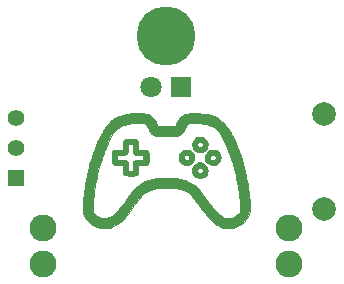
<source format=gtl>
%TF.GenerationSoftware,KiCad,Pcbnew,(5.1.10)-1*%
%TF.CreationDate,2022-03-19T09:43:45-07:00*%
%TF.ProjectId,project,70726f6a-6563-4742-9e6b-696361645f70,rev?*%
%TF.SameCoordinates,Original*%
%TF.FileFunction,Copper,L1,Top*%
%TF.FilePolarity,Positive*%
%FSLAX46Y46*%
G04 Gerber Fmt 4.6, Leading zero omitted, Abs format (unit mm)*
G04 Created by KiCad (PCBNEW (5.1.10)-1) date 2022-03-19 09:43:45*
%MOMM*%
%LPD*%
G01*
G04 APERTURE LIST*
%TA.AperFunction,EtchedComponent*%
%ADD10C,0.010000*%
%TD*%
%TA.AperFunction,ComponentPad*%
%ADD11C,5.000000*%
%TD*%
%TA.AperFunction,ComponentPad*%
%ADD12C,2.286000*%
%TD*%
%TA.AperFunction,ComponentPad*%
%ADD13R,1.800000X1.800000*%
%TD*%
%TA.AperFunction,ComponentPad*%
%ADD14C,1.800000*%
%TD*%
%TA.AperFunction,ComponentPad*%
%ADD15C,1.998980*%
%TD*%
%TA.AperFunction,ComponentPad*%
%ADD16R,1.397000X1.397000*%
%TD*%
%TA.AperFunction,ComponentPad*%
%ADD17C,1.397000*%
%TD*%
G04 APERTURE END LIST*
D10*
%TO.C,G\u002A\u002A\u002A*%
G36*
X178315590Y-83529841D02*
G01*
X178468230Y-83604306D01*
X178558467Y-83675523D01*
X178660510Y-83805680D01*
X178725130Y-83960499D01*
X178750482Y-84128384D01*
X178734721Y-84297737D01*
X178681197Y-84447074D01*
X178586884Y-84580938D01*
X178460820Y-84687721D01*
X178313530Y-84763033D01*
X178155538Y-84802482D01*
X177997367Y-84801677D01*
X177894047Y-84775512D01*
X177724862Y-84690108D01*
X177592093Y-84575155D01*
X177528354Y-84487318D01*
X177492283Y-84419908D01*
X177470842Y-84357889D01*
X177460364Y-84283917D01*
X177457184Y-84180646D01*
X177457100Y-84150200D01*
X177850800Y-84150200D01*
X177865062Y-84222168D01*
X177900365Y-84294444D01*
X177945486Y-84347341D01*
X177971104Y-84361224D01*
X178077918Y-84375781D01*
X178178495Y-84366806D01*
X178253194Y-84336214D01*
X178256903Y-84333347D01*
X178306738Y-84263689D01*
X178328720Y-84170271D01*
X178321283Y-84072805D01*
X178283976Y-83992394D01*
X178207657Y-83931236D01*
X178111728Y-83902712D01*
X178015885Y-83911358D01*
X177986305Y-83923844D01*
X177916763Y-83984926D01*
X177866868Y-84072175D01*
X177850800Y-84150200D01*
X177457100Y-84150200D01*
X177459135Y-84037204D01*
X177467638Y-83957691D01*
X177486204Y-83894424D01*
X177518431Y-83830164D01*
X177526924Y-83815519D01*
X177586738Y-83729602D01*
X177657346Y-83649523D01*
X177687103Y-83622262D01*
X177825699Y-83539318D01*
X177983717Y-83496699D01*
X178150550Y-83493756D01*
X178315590Y-83529841D01*
G37*
X178315590Y-83529841D02*
X178468230Y-83604306D01*
X178558467Y-83675523D01*
X178660510Y-83805680D01*
X178725130Y-83960499D01*
X178750482Y-84128384D01*
X178734721Y-84297737D01*
X178681197Y-84447074D01*
X178586884Y-84580938D01*
X178460820Y-84687721D01*
X178313530Y-84763033D01*
X178155538Y-84802482D01*
X177997367Y-84801677D01*
X177894047Y-84775512D01*
X177724862Y-84690108D01*
X177592093Y-84575155D01*
X177528354Y-84487318D01*
X177492283Y-84419908D01*
X177470842Y-84357889D01*
X177460364Y-84283917D01*
X177457184Y-84180646D01*
X177457100Y-84150200D01*
X177850800Y-84150200D01*
X177865062Y-84222168D01*
X177900365Y-84294444D01*
X177945486Y-84347341D01*
X177971104Y-84361224D01*
X178077918Y-84375781D01*
X178178495Y-84366806D01*
X178253194Y-84336214D01*
X178256903Y-84333347D01*
X178306738Y-84263689D01*
X178328720Y-84170271D01*
X178321283Y-84072805D01*
X178283976Y-83992394D01*
X178207657Y-83931236D01*
X178111728Y-83902712D01*
X178015885Y-83911358D01*
X177986305Y-83923844D01*
X177916763Y-83984926D01*
X177866868Y-84072175D01*
X177850800Y-84150200D01*
X177457100Y-84150200D01*
X177459135Y-84037204D01*
X177467638Y-83957691D01*
X177486204Y-83894424D01*
X177518431Y-83830164D01*
X177526924Y-83815519D01*
X177586738Y-83729602D01*
X177657346Y-83649523D01*
X177687103Y-83622262D01*
X177825699Y-83539318D01*
X177983717Y-83496699D01*
X178150550Y-83493756D01*
X178315590Y-83529841D01*
G36*
X179363385Y-84609817D02*
G01*
X179465947Y-84635056D01*
X179479810Y-84640731D01*
X179590693Y-84713885D01*
X179692592Y-84823948D01*
X179776803Y-84957025D01*
X179834620Y-85099227D01*
X179857341Y-85236661D01*
X179857400Y-85243362D01*
X179834831Y-85385517D01*
X179772932Y-85530163D01*
X179680413Y-85663274D01*
X179565983Y-85770826D01*
X179506044Y-85809138D01*
X179426267Y-85847232D01*
X179349934Y-85868149D01*
X179255762Y-85876496D01*
X179190727Y-85877400D01*
X179078712Y-85873932D01*
X178994898Y-85860220D01*
X178916960Y-85831294D01*
X178863964Y-85804695D01*
X178738235Y-85713182D01*
X178632494Y-85588928D01*
X178555253Y-85445585D01*
X178515023Y-85296803D01*
X178513758Y-85277618D01*
X178947949Y-85277618D01*
X178971297Y-85352916D01*
X179028763Y-85422900D01*
X179115251Y-85461808D01*
X179217386Y-85466550D01*
X179321796Y-85434039D01*
X179322032Y-85433917D01*
X179388621Y-85373662D01*
X179422299Y-85287953D01*
X179421353Y-85191426D01*
X179384075Y-85098714D01*
X179364299Y-85072366D01*
X179314539Y-85026029D01*
X179257002Y-85005305D01*
X179184300Y-85001100D01*
X179102009Y-85007045D01*
X179046983Y-85030887D01*
X179004300Y-85072366D01*
X178952829Y-85168559D01*
X178947949Y-85277618D01*
X178513758Y-85277618D01*
X178511200Y-85238828D01*
X178532180Y-85107912D01*
X178588970Y-84968153D01*
X178672338Y-84834206D01*
X178773053Y-84720725D01*
X178881887Y-84642365D01*
X178889139Y-84638780D01*
X178980326Y-84611930D01*
X179102087Y-84598193D01*
X179235936Y-84597509D01*
X179363385Y-84609817D01*
G37*
X179363385Y-84609817D02*
X179465947Y-84635056D01*
X179479810Y-84640731D01*
X179590693Y-84713885D01*
X179692592Y-84823948D01*
X179776803Y-84957025D01*
X179834620Y-85099227D01*
X179857341Y-85236661D01*
X179857400Y-85243362D01*
X179834831Y-85385517D01*
X179772932Y-85530163D01*
X179680413Y-85663274D01*
X179565983Y-85770826D01*
X179506044Y-85809138D01*
X179426267Y-85847232D01*
X179349934Y-85868149D01*
X179255762Y-85876496D01*
X179190727Y-85877400D01*
X179078712Y-85873932D01*
X178994898Y-85860220D01*
X178916960Y-85831294D01*
X178863964Y-85804695D01*
X178738235Y-85713182D01*
X178632494Y-85588928D01*
X178555253Y-85445585D01*
X178515023Y-85296803D01*
X178513758Y-85277618D01*
X178947949Y-85277618D01*
X178971297Y-85352916D01*
X179028763Y-85422900D01*
X179115251Y-85461808D01*
X179217386Y-85466550D01*
X179321796Y-85434039D01*
X179322032Y-85433917D01*
X179388621Y-85373662D01*
X179422299Y-85287953D01*
X179421353Y-85191426D01*
X179384075Y-85098714D01*
X179364299Y-85072366D01*
X179314539Y-85026029D01*
X179257002Y-85005305D01*
X179184300Y-85001100D01*
X179102009Y-85007045D01*
X179046983Y-85030887D01*
X179004300Y-85072366D01*
X178952829Y-85168559D01*
X178947949Y-85277618D01*
X178513758Y-85277618D01*
X178511200Y-85238828D01*
X178532180Y-85107912D01*
X178588970Y-84968153D01*
X178672338Y-84834206D01*
X178773053Y-84720725D01*
X178881887Y-84642365D01*
X178889139Y-84638780D01*
X178980326Y-84611930D01*
X179102087Y-84598193D01*
X179235936Y-84597509D01*
X179363385Y-84609817D01*
G36*
X177073150Y-84595708D02*
G01*
X177179002Y-84614543D01*
X177258324Y-84643828D01*
X177332054Y-84693797D01*
X177402043Y-84756453D01*
X177519478Y-84897051D01*
X177587883Y-85050593D01*
X177607755Y-85218723D01*
X177587778Y-85370397D01*
X177524056Y-85548464D01*
X177423170Y-85691907D01*
X177285135Y-85800705D01*
X177280522Y-85803376D01*
X177203830Y-85843043D01*
X177133999Y-85865439D01*
X177050608Y-85875241D01*
X176958350Y-85877161D01*
X176844990Y-85873941D01*
X176760397Y-85860841D01*
X176682806Y-85833201D01*
X176628150Y-85806446D01*
X176530240Y-85744989D01*
X176456751Y-85669076D01*
X176408645Y-85596896D01*
X176335713Y-85460876D01*
X176296063Y-85344394D01*
X176288399Y-85255955D01*
X176708447Y-85255955D01*
X176736091Y-85340897D01*
X176793338Y-85410216D01*
X176873408Y-85455620D01*
X176969517Y-85468817D01*
X177072103Y-85442799D01*
X177142139Y-85385702D01*
X177181037Y-85301586D01*
X177186522Y-85205233D01*
X177156319Y-85111427D01*
X177129099Y-85072366D01*
X177079339Y-85026029D01*
X177021802Y-85005305D01*
X176949100Y-85001100D01*
X176866809Y-85007045D01*
X176811783Y-85030887D01*
X176769100Y-85072366D01*
X176717189Y-85163681D01*
X176708447Y-85255955D01*
X176288399Y-85255955D01*
X176286308Y-85231832D01*
X176302792Y-85108838D01*
X176363031Y-84935516D01*
X176460702Y-84793483D01*
X176590835Y-84686050D01*
X176748462Y-84616526D01*
X176928615Y-84588220D01*
X177073150Y-84595708D01*
G37*
X177073150Y-84595708D02*
X177179002Y-84614543D01*
X177258324Y-84643828D01*
X177332054Y-84693797D01*
X177402043Y-84756453D01*
X177519478Y-84897051D01*
X177587883Y-85050593D01*
X177607755Y-85218723D01*
X177587778Y-85370397D01*
X177524056Y-85548464D01*
X177423170Y-85691907D01*
X177285135Y-85800705D01*
X177280522Y-85803376D01*
X177203830Y-85843043D01*
X177133999Y-85865439D01*
X177050608Y-85875241D01*
X176958350Y-85877161D01*
X176844990Y-85873941D01*
X176760397Y-85860841D01*
X176682806Y-85833201D01*
X176628150Y-85806446D01*
X176530240Y-85744989D01*
X176456751Y-85669076D01*
X176408645Y-85596896D01*
X176335713Y-85460876D01*
X176296063Y-85344394D01*
X176288399Y-85255955D01*
X176708447Y-85255955D01*
X176736091Y-85340897D01*
X176793338Y-85410216D01*
X176873408Y-85455620D01*
X176969517Y-85468817D01*
X177072103Y-85442799D01*
X177142139Y-85385702D01*
X177181037Y-85301586D01*
X177186522Y-85205233D01*
X177156319Y-85111427D01*
X177129099Y-85072366D01*
X177079339Y-85026029D01*
X177021802Y-85005305D01*
X176949100Y-85001100D01*
X176866809Y-85007045D01*
X176811783Y-85030887D01*
X176769100Y-85072366D01*
X176717189Y-85163681D01*
X176708447Y-85255955D01*
X176288399Y-85255955D01*
X176286308Y-85231832D01*
X176302792Y-85108838D01*
X176363031Y-84935516D01*
X176460702Y-84793483D01*
X176590835Y-84686050D01*
X176748462Y-84616526D01*
X176928615Y-84588220D01*
X177073150Y-84595708D01*
G36*
X172122726Y-83695723D02*
G01*
X172227667Y-83697453D01*
X172417911Y-83700292D01*
X172563529Y-83704999D01*
X172670596Y-83716673D01*
X172745183Y-83740414D01*
X172793362Y-83781319D01*
X172821207Y-83844488D01*
X172834790Y-83935018D01*
X172840184Y-84058008D01*
X172843364Y-84214405D01*
X172852428Y-84607400D01*
X173211664Y-84607774D01*
X173379133Y-84609694D01*
X173503423Y-84616542D01*
X173592083Y-84630551D01*
X173652664Y-84653951D01*
X173692714Y-84688974D01*
X173719784Y-84737852D01*
X173728216Y-84760462D01*
X173741180Y-84826442D01*
X173750723Y-84930966D01*
X173756792Y-85061889D01*
X173759335Y-85207067D01*
X173758298Y-85354355D01*
X173753629Y-85491609D01*
X173745274Y-85606684D01*
X173733182Y-85687436D01*
X173732265Y-85691208D01*
X173709371Y-85758350D01*
X173674577Y-85807459D01*
X173620499Y-85841237D01*
X173539756Y-85862386D01*
X173424965Y-85873607D01*
X173268743Y-85877602D01*
X173222465Y-85877788D01*
X173099990Y-85879389D01*
X172995242Y-85883466D01*
X172919131Y-85889407D01*
X172882569Y-85896603D01*
X172882187Y-85896838D01*
X172869507Y-85930190D01*
X172858180Y-86009847D01*
X172848669Y-86131325D01*
X172841434Y-86290137D01*
X172841283Y-86294665D01*
X172836957Y-86442320D01*
X172830990Y-86555568D01*
X172817325Y-86638951D01*
X172789902Y-86697010D01*
X172742663Y-86734287D01*
X172669550Y-86755324D01*
X172564503Y-86764663D01*
X172421464Y-86766845D01*
X172234375Y-86766412D01*
X172212000Y-86766400D01*
X172037760Y-86765986D01*
X171906967Y-86764336D01*
X171812270Y-86760833D01*
X171746319Y-86754860D01*
X171701763Y-86745800D01*
X171671253Y-86733039D01*
X171651596Y-86719409D01*
X171629332Y-86698485D01*
X171613137Y-86671832D01*
X171601618Y-86631035D01*
X171593378Y-86567679D01*
X171587022Y-86473351D01*
X171581155Y-86339636D01*
X171578932Y-86281259D01*
X171564300Y-85890100D01*
X171194759Y-85877400D01*
X171020502Y-85869044D01*
X170890254Y-85856233D01*
X170797282Y-85836883D01*
X170734850Y-85808912D01*
X170696223Y-85770237D01*
X170674667Y-85718776D01*
X170674051Y-85716366D01*
X170669733Y-85672718D01*
X170666807Y-85587641D01*
X170665394Y-85470488D01*
X170665433Y-85445600D01*
X171066945Y-85445600D01*
X171391822Y-85445741D01*
X171524798Y-85447848D01*
X171647937Y-85453482D01*
X171747675Y-85461792D01*
X171810447Y-85471922D01*
X171811201Y-85472128D01*
X171873574Y-85493512D01*
X171918875Y-85522927D01*
X171949787Y-85568096D01*
X171968992Y-85636740D01*
X171979174Y-85736581D01*
X171983016Y-85875342D01*
X171983400Y-85967718D01*
X171984606Y-86097933D01*
X171987919Y-86209636D01*
X171992879Y-86293161D01*
X171999026Y-86338843D01*
X172001308Y-86344041D01*
X172033687Y-86351744D01*
X172102843Y-86355689D01*
X172194843Y-86355172D01*
X172210858Y-86354624D01*
X172402500Y-86347300D01*
X172415200Y-85979000D01*
X172422983Y-85817484D01*
X172433778Y-85688180D01*
X172446907Y-85597525D01*
X172459948Y-85554661D01*
X172498617Y-85512755D01*
X172563706Y-85482113D01*
X172661090Y-85461535D01*
X172796644Y-85449821D01*
X172976242Y-85445770D01*
X172993050Y-85445741D01*
X173304200Y-85445600D01*
X173304200Y-85013800D01*
X172572862Y-85013800D01*
X172415200Y-84834232D01*
X172415200Y-84124800D01*
X171987059Y-84124800D01*
X171978879Y-84505165D01*
X171975116Y-84673335D01*
X171967613Y-84798260D01*
X171949667Y-84886621D01*
X171914573Y-84945098D01*
X171855627Y-84980374D01*
X171766124Y-84999127D01*
X171639360Y-85008040D01*
X171468629Y-85013793D01*
X171468437Y-85013800D01*
X171081700Y-85026500D01*
X171074322Y-85236050D01*
X171066945Y-85445600D01*
X170665433Y-85445600D01*
X170665614Y-85330615D01*
X170667297Y-85193733D01*
X170675300Y-84729891D01*
X170746566Y-84668645D01*
X170777056Y-84644606D01*
X170809321Y-84627845D01*
X170852695Y-84617053D01*
X170916512Y-84610923D01*
X171010105Y-84608147D01*
X171142808Y-84607416D01*
X171183565Y-84607400D01*
X171549298Y-84607400D01*
X171562246Y-84524850D01*
X171568012Y-84467359D01*
X171574058Y-84372421D01*
X171579654Y-84253378D01*
X171583959Y-84127650D01*
X171588030Y-83996260D01*
X171593034Y-83905641D01*
X171601119Y-83845775D01*
X171614432Y-83806648D01*
X171635119Y-83778245D01*
X171664682Y-83751104D01*
X171690680Y-83729798D01*
X171717070Y-83714173D01*
X171751503Y-83703499D01*
X171801633Y-83697046D01*
X171875111Y-83694085D01*
X171979591Y-83693887D01*
X172122726Y-83695723D01*
G37*
X172122726Y-83695723D02*
X172227667Y-83697453D01*
X172417911Y-83700292D01*
X172563529Y-83704999D01*
X172670596Y-83716673D01*
X172745183Y-83740414D01*
X172793362Y-83781319D01*
X172821207Y-83844488D01*
X172834790Y-83935018D01*
X172840184Y-84058008D01*
X172843364Y-84214405D01*
X172852428Y-84607400D01*
X173211664Y-84607774D01*
X173379133Y-84609694D01*
X173503423Y-84616542D01*
X173592083Y-84630551D01*
X173652664Y-84653951D01*
X173692714Y-84688974D01*
X173719784Y-84737852D01*
X173728216Y-84760462D01*
X173741180Y-84826442D01*
X173750723Y-84930966D01*
X173756792Y-85061889D01*
X173759335Y-85207067D01*
X173758298Y-85354355D01*
X173753629Y-85491609D01*
X173745274Y-85606684D01*
X173733182Y-85687436D01*
X173732265Y-85691208D01*
X173709371Y-85758350D01*
X173674577Y-85807459D01*
X173620499Y-85841237D01*
X173539756Y-85862386D01*
X173424965Y-85873607D01*
X173268743Y-85877602D01*
X173222465Y-85877788D01*
X173099990Y-85879389D01*
X172995242Y-85883466D01*
X172919131Y-85889407D01*
X172882569Y-85896603D01*
X172882187Y-85896838D01*
X172869507Y-85930190D01*
X172858180Y-86009847D01*
X172848669Y-86131325D01*
X172841434Y-86290137D01*
X172841283Y-86294665D01*
X172836957Y-86442320D01*
X172830990Y-86555568D01*
X172817325Y-86638951D01*
X172789902Y-86697010D01*
X172742663Y-86734287D01*
X172669550Y-86755324D01*
X172564503Y-86764663D01*
X172421464Y-86766845D01*
X172234375Y-86766412D01*
X172212000Y-86766400D01*
X172037760Y-86765986D01*
X171906967Y-86764336D01*
X171812270Y-86760833D01*
X171746319Y-86754860D01*
X171701763Y-86745800D01*
X171671253Y-86733039D01*
X171651596Y-86719409D01*
X171629332Y-86698485D01*
X171613137Y-86671832D01*
X171601618Y-86631035D01*
X171593378Y-86567679D01*
X171587022Y-86473351D01*
X171581155Y-86339636D01*
X171578932Y-86281259D01*
X171564300Y-85890100D01*
X171194759Y-85877400D01*
X171020502Y-85869044D01*
X170890254Y-85856233D01*
X170797282Y-85836883D01*
X170734850Y-85808912D01*
X170696223Y-85770237D01*
X170674667Y-85718776D01*
X170674051Y-85716366D01*
X170669733Y-85672718D01*
X170666807Y-85587641D01*
X170665394Y-85470488D01*
X170665433Y-85445600D01*
X171066945Y-85445600D01*
X171391822Y-85445741D01*
X171524798Y-85447848D01*
X171647937Y-85453482D01*
X171747675Y-85461792D01*
X171810447Y-85471922D01*
X171811201Y-85472128D01*
X171873574Y-85493512D01*
X171918875Y-85522927D01*
X171949787Y-85568096D01*
X171968992Y-85636740D01*
X171979174Y-85736581D01*
X171983016Y-85875342D01*
X171983400Y-85967718D01*
X171984606Y-86097933D01*
X171987919Y-86209636D01*
X171992879Y-86293161D01*
X171999026Y-86338843D01*
X172001308Y-86344041D01*
X172033687Y-86351744D01*
X172102843Y-86355689D01*
X172194843Y-86355172D01*
X172210858Y-86354624D01*
X172402500Y-86347300D01*
X172415200Y-85979000D01*
X172422983Y-85817484D01*
X172433778Y-85688180D01*
X172446907Y-85597525D01*
X172459948Y-85554661D01*
X172498617Y-85512755D01*
X172563706Y-85482113D01*
X172661090Y-85461535D01*
X172796644Y-85449821D01*
X172976242Y-85445770D01*
X172993050Y-85445741D01*
X173304200Y-85445600D01*
X173304200Y-85013800D01*
X172572862Y-85013800D01*
X172415200Y-84834232D01*
X172415200Y-84124800D01*
X171987059Y-84124800D01*
X171978879Y-84505165D01*
X171975116Y-84673335D01*
X171967613Y-84798260D01*
X171949667Y-84886621D01*
X171914573Y-84945098D01*
X171855627Y-84980374D01*
X171766124Y-84999127D01*
X171639360Y-85008040D01*
X171468629Y-85013793D01*
X171468437Y-85013800D01*
X171081700Y-85026500D01*
X171074322Y-85236050D01*
X171066945Y-85445600D01*
X170665433Y-85445600D01*
X170665614Y-85330615D01*
X170667297Y-85193733D01*
X170675300Y-84729891D01*
X170746566Y-84668645D01*
X170777056Y-84644606D01*
X170809321Y-84627845D01*
X170852695Y-84617053D01*
X170916512Y-84610923D01*
X171010105Y-84608147D01*
X171142808Y-84607416D01*
X171183565Y-84607400D01*
X171549298Y-84607400D01*
X171562246Y-84524850D01*
X171568012Y-84467359D01*
X171574058Y-84372421D01*
X171579654Y-84253378D01*
X171583959Y-84127650D01*
X171588030Y-83996260D01*
X171593034Y-83905641D01*
X171601119Y-83845775D01*
X171614432Y-83806648D01*
X171635119Y-83778245D01*
X171664682Y-83751104D01*
X171690680Y-83729798D01*
X171717070Y-83714173D01*
X171751503Y-83703499D01*
X171801633Y-83697046D01*
X171875111Y-83694085D01*
X171979591Y-83693887D01*
X172122726Y-83695723D01*
G36*
X178289914Y-85696825D02*
G01*
X178420310Y-85759004D01*
X178553188Y-85847750D01*
X178645714Y-85950612D01*
X178703460Y-86077123D01*
X178731998Y-86236817D01*
X178735984Y-86299073D01*
X178738848Y-86408054D01*
X178734088Y-86484533D01*
X178718348Y-86546628D01*
X178688274Y-86612457D01*
X178672484Y-86642046D01*
X178587939Y-86766565D01*
X178483056Y-86859168D01*
X178348584Y-86925839D01*
X178175273Y-86972560D01*
X178155600Y-86976337D01*
X178090809Y-86978971D01*
X178006089Y-86971173D01*
X177978983Y-86966627D01*
X177831275Y-86925290D01*
X177711653Y-86858206D01*
X177618243Y-86774347D01*
X177517485Y-86635722D01*
X177459811Y-86481727D01*
X177443250Y-86320458D01*
X177450008Y-86272426D01*
X177861575Y-86272426D01*
X177863255Y-86379582D01*
X177905316Y-86467611D01*
X177978870Y-86529757D01*
X178075026Y-86559260D01*
X178184895Y-86549364D01*
X178213479Y-86539936D01*
X178276396Y-86491454D01*
X178314368Y-86413057D01*
X178325851Y-86319921D01*
X178309302Y-86227222D01*
X178263177Y-86150133D01*
X178254036Y-86141237D01*
X178175165Y-86102396D01*
X178092100Y-86093300D01*
X177981780Y-86112172D01*
X177905523Y-86168661D01*
X177863579Y-86262569D01*
X177861575Y-86272426D01*
X177450008Y-86272426D01*
X177465828Y-86160010D01*
X177525575Y-86008478D01*
X177620518Y-85873958D01*
X177748684Y-85764545D01*
X177880449Y-85698010D01*
X178020146Y-85660493D01*
X178152206Y-85659598D01*
X178289914Y-85696825D01*
G37*
X178289914Y-85696825D02*
X178420310Y-85759004D01*
X178553188Y-85847750D01*
X178645714Y-85950612D01*
X178703460Y-86077123D01*
X178731998Y-86236817D01*
X178735984Y-86299073D01*
X178738848Y-86408054D01*
X178734088Y-86484533D01*
X178718348Y-86546628D01*
X178688274Y-86612457D01*
X178672484Y-86642046D01*
X178587939Y-86766565D01*
X178483056Y-86859168D01*
X178348584Y-86925839D01*
X178175273Y-86972560D01*
X178155600Y-86976337D01*
X178090809Y-86978971D01*
X178006089Y-86971173D01*
X177978983Y-86966627D01*
X177831275Y-86925290D01*
X177711653Y-86858206D01*
X177618243Y-86774347D01*
X177517485Y-86635722D01*
X177459811Y-86481727D01*
X177443250Y-86320458D01*
X177450008Y-86272426D01*
X177861575Y-86272426D01*
X177863255Y-86379582D01*
X177905316Y-86467611D01*
X177978870Y-86529757D01*
X178075026Y-86559260D01*
X178184895Y-86549364D01*
X178213479Y-86539936D01*
X178276396Y-86491454D01*
X178314368Y-86413057D01*
X178325851Y-86319921D01*
X178309302Y-86227222D01*
X178263177Y-86150133D01*
X178254036Y-86141237D01*
X178175165Y-86102396D01*
X178092100Y-86093300D01*
X177981780Y-86112172D01*
X177905523Y-86168661D01*
X177863579Y-86262569D01*
X177861575Y-86272426D01*
X177450008Y-86272426D01*
X177465828Y-86160010D01*
X177525575Y-86008478D01*
X177620518Y-85873958D01*
X177748684Y-85764545D01*
X177880449Y-85698010D01*
X178020146Y-85660493D01*
X178152206Y-85659598D01*
X178289914Y-85696825D01*
G36*
X173125937Y-81482393D02*
G01*
X173314015Y-81494726D01*
X173473006Y-81517057D01*
X173613563Y-81551175D01*
X173746341Y-81598868D01*
X173824671Y-81633779D01*
X173992696Y-81739178D01*
X174147129Y-81886683D01*
X174280241Y-82067943D01*
X174355048Y-82207100D01*
X174404112Y-82311966D01*
X174450532Y-82410412D01*
X174486090Y-82485026D01*
X174492943Y-82499200D01*
X174536173Y-82588100D01*
X175244885Y-82594858D01*
X175462758Y-82596902D01*
X175635507Y-82597592D01*
X175768807Y-82595704D01*
X175868333Y-82590010D01*
X175939761Y-82579284D01*
X175988765Y-82562299D01*
X176021021Y-82537829D01*
X176042205Y-82504647D01*
X176057991Y-82461527D01*
X176071377Y-82416240D01*
X176130878Y-82261450D01*
X176216742Y-82097577D01*
X176317322Y-81944460D01*
X176419303Y-81823601D01*
X176541504Y-81716828D01*
X176675050Y-81632849D01*
X176826845Y-81569687D01*
X177003791Y-81525364D01*
X177212791Y-81497902D01*
X177460748Y-81485325D01*
X177604726Y-81484005D01*
X177838595Y-81487888D01*
X178055254Y-81499710D01*
X178267696Y-81521099D01*
X178488915Y-81553680D01*
X178731905Y-81599081D01*
X179009661Y-81658929D01*
X179019200Y-81661085D01*
X179270368Y-81731729D01*
X179499103Y-81826991D01*
X179711863Y-81951484D01*
X179915104Y-82109822D01*
X180115284Y-82306621D01*
X180318860Y-82546494D01*
X180393165Y-82642878D01*
X180462662Y-82736453D01*
X180519144Y-82815244D01*
X180556467Y-82870493D01*
X180568600Y-82892957D01*
X180581922Y-82923899D01*
X180614196Y-82974913D01*
X180616281Y-82977878D01*
X180650341Y-83033041D01*
X180700698Y-83123293D01*
X180761812Y-83237855D01*
X180828142Y-83365950D01*
X180894148Y-83496799D01*
X180954289Y-83619624D01*
X181003024Y-83723648D01*
X181023069Y-83769200D01*
X181065005Y-83867202D01*
X181107248Y-83964537D01*
X181127497Y-84010500D01*
X181181508Y-84138667D01*
X181246966Y-84304674D01*
X181320194Y-84498200D01*
X181397519Y-84708925D01*
X181475262Y-84926529D01*
X181549750Y-85140690D01*
X181617306Y-85341090D01*
X181674255Y-85517408D01*
X181716920Y-85659323D01*
X181724567Y-85686900D01*
X181746943Y-85769375D01*
X181777413Y-85881635D01*
X181810755Y-86004442D01*
X181824538Y-86055200D01*
X181861447Y-86198083D01*
X181900256Y-86359478D01*
X181933738Y-86509109D01*
X181939745Y-86537800D01*
X181967495Y-86671845D01*
X181997287Y-86814560D01*
X182023777Y-86940371D01*
X182029984Y-86969600D01*
X182078227Y-87216556D01*
X182128560Y-87514120D01*
X182167561Y-87769700D01*
X182185626Y-87892253D01*
X182204500Y-88019418D01*
X182220140Y-88123971D01*
X182220340Y-88125300D01*
X182252582Y-88359595D01*
X182280440Y-88602171D01*
X182303380Y-88844693D01*
X182320867Y-89078825D01*
X182332367Y-89296233D01*
X182337346Y-89488581D01*
X182335270Y-89647535D01*
X182325605Y-89764757D01*
X182325474Y-89765652D01*
X182264021Y-90014984D01*
X182157074Y-90256820D01*
X182009939Y-90484093D01*
X181827921Y-90689739D01*
X181616325Y-90866691D01*
X181400162Y-90998037D01*
X181261774Y-91067119D01*
X181149194Y-91118228D01*
X181050219Y-91154061D01*
X180952644Y-91177314D01*
X180844265Y-91190685D01*
X180712878Y-91196868D01*
X180546278Y-91198561D01*
X180492400Y-91198598D01*
X180325626Y-91197861D01*
X180201505Y-91195277D01*
X180111903Y-91190155D01*
X180048684Y-91181801D01*
X180003716Y-91169525D01*
X179971700Y-91154304D01*
X179911629Y-91124129D01*
X179867838Y-91110082D01*
X179865474Y-91109956D01*
X179831117Y-91099015D01*
X179763014Y-91069699D01*
X179672495Y-91027058D01*
X179610626Y-90996415D01*
X179464223Y-90914792D01*
X179319526Y-90817235D01*
X179173033Y-90700144D01*
X179021241Y-90559923D01*
X178860648Y-90392972D01*
X178687751Y-90195694D01*
X178499047Y-89964490D01*
X178291034Y-89695762D01*
X178113871Y-89458800D01*
X177934135Y-89215637D01*
X177781608Y-89009894D01*
X177653464Y-88838024D01*
X177546872Y-88696479D01*
X177459004Y-88581713D01*
X177387031Y-88490178D01*
X177328124Y-88418327D01*
X177279455Y-88362613D01*
X177238195Y-88319488D01*
X177201514Y-88285406D01*
X177166585Y-88256819D01*
X177138794Y-88236096D01*
X176935749Y-88114482D01*
X176692125Y-88011465D01*
X176414846Y-87927639D01*
X176110835Y-87863597D01*
X175787015Y-87819930D01*
X175450309Y-87797231D01*
X175107642Y-87796094D01*
X174765936Y-87817110D01*
X174432114Y-87860873D01*
X174113100Y-87927975D01*
X173977696Y-87965500D01*
X173719058Y-88055050D01*
X173506901Y-88155237D01*
X173337636Y-88268125D01*
X173207674Y-88395776D01*
X173189900Y-88418215D01*
X172852446Y-88862163D01*
X172533542Y-89285580D01*
X172375542Y-89496900D01*
X172158492Y-89784070D01*
X171964574Y-90031781D01*
X171790142Y-90243745D01*
X171631551Y-90423672D01*
X171485154Y-90575273D01*
X171347307Y-90702260D01*
X171214364Y-90808342D01*
X171082678Y-90897230D01*
X170948605Y-90972637D01*
X170903900Y-90994864D01*
X170670703Y-91099196D01*
X170463224Y-91172059D01*
X170269064Y-91215564D01*
X170075821Y-91231821D01*
X169871096Y-91222941D01*
X169697400Y-91200233D01*
X169402329Y-91128075D01*
X169127246Y-91011155D01*
X168876394Y-90853012D01*
X168654016Y-90657184D01*
X168464356Y-90427207D01*
X168311657Y-90166621D01*
X168233153Y-89979500D01*
X168206730Y-89867664D01*
X168190407Y-89711764D01*
X168184008Y-89517488D01*
X168185621Y-89408074D01*
X169011600Y-89408074D01*
X169012964Y-89537828D01*
X169018552Y-89631200D01*
X169030604Y-89702570D01*
X169051363Y-89766316D01*
X169076186Y-89822419D01*
X169188078Y-90001454D01*
X169337955Y-90154000D01*
X169516679Y-90272546D01*
X169715111Y-90349580D01*
X169718549Y-90350473D01*
X169880800Y-90384765D01*
X170018387Y-90394839D01*
X170150835Y-90381542D01*
X170200502Y-90371314D01*
X170410551Y-90300256D01*
X170625932Y-90183797D01*
X170840454Y-90026011D01*
X171047923Y-89830974D01*
X171089253Y-89786505D01*
X171153322Y-89711974D01*
X171241404Y-89603725D01*
X171347733Y-89469199D01*
X171466548Y-89315838D01*
X171592084Y-89151082D01*
X171718578Y-88982373D01*
X171840267Y-88817152D01*
X171843700Y-88812442D01*
X171926925Y-88698745D01*
X172019220Y-88573557D01*
X172114607Y-88444888D01*
X172207108Y-88320748D01*
X172290745Y-88209148D01*
X172359541Y-88118098D01*
X172407519Y-88055608D01*
X172422798Y-88036400D01*
X172454435Y-87995343D01*
X172503039Y-87929554D01*
X172541548Y-87876299D01*
X172657593Y-87745163D01*
X172815239Y-87612774D01*
X173005672Y-87484123D01*
X173220078Y-87364201D01*
X173449643Y-87257998D01*
X173685553Y-87170505D01*
X173888400Y-87113653D01*
X174001885Y-87086844D01*
X174134129Y-87055285D01*
X174244000Y-87028829D01*
X174304038Y-87015736D01*
X174368471Y-87005321D01*
X174443738Y-86997292D01*
X174536281Y-86991356D01*
X174652542Y-86987222D01*
X174798962Y-86984596D01*
X174981983Y-86983186D01*
X175208046Y-86982699D01*
X175260000Y-86982687D01*
X175495628Y-86983022D01*
X175686902Y-86984220D01*
X175840262Y-86986574D01*
X175962149Y-86990377D01*
X176059005Y-86995921D01*
X176137272Y-87003500D01*
X176203390Y-87013404D01*
X176263802Y-87025928D01*
X176276000Y-87028829D01*
X176398952Y-87058419D01*
X176530703Y-87089833D01*
X176631600Y-87113653D01*
X176876289Y-87184730D01*
X177125892Y-87282177D01*
X177367986Y-87399671D01*
X177590149Y-87530887D01*
X177779958Y-87669501D01*
X177856190Y-87737058D01*
X177887953Y-87773210D01*
X177944893Y-87843914D01*
X178022077Y-87942803D01*
X178114574Y-88063512D01*
X178217452Y-88199676D01*
X178294731Y-88303100D01*
X178417904Y-88468521D01*
X178548605Y-88643708D01*
X178678143Y-88817040D01*
X178797832Y-88976894D01*
X178898981Y-89111646D01*
X178928420Y-89150762D01*
X179021225Y-89274037D01*
X179110113Y-89392258D01*
X179187627Y-89495495D01*
X179246306Y-89573817D01*
X179268631Y-89603726D01*
X179384310Y-89743286D01*
X179523685Y-89886690D01*
X179674272Y-90022756D01*
X179823586Y-90140302D01*
X179959141Y-90228147D01*
X179975967Y-90237259D01*
X180172968Y-90327035D01*
X180352510Y-90377183D01*
X180526189Y-90389750D01*
X180705597Y-90366778D01*
X180707699Y-90366324D01*
X180815868Y-90339641D01*
X180917993Y-90309054D01*
X180992427Y-90281062D01*
X180993912Y-90280374D01*
X181084075Y-90223563D01*
X181187115Y-90136170D01*
X181290236Y-90031449D01*
X181380643Y-89922653D01*
X181445541Y-89823036D01*
X181456021Y-89801698D01*
X181478863Y-89747129D01*
X181494138Y-89695785D01*
X181502858Y-89636658D01*
X181506037Y-89558743D01*
X181504685Y-89451035D01*
X181500418Y-89319100D01*
X181493314Y-89167429D01*
X181483280Y-89012946D01*
X181471618Y-88873153D01*
X181459627Y-88765552D01*
X181458897Y-88760300D01*
X181440354Y-88625839D01*
X181420308Y-88475616D01*
X181404596Y-88353900D01*
X181372905Y-88117762D01*
X181335708Y-87865693D01*
X181296011Y-87616921D01*
X181256818Y-87390675D01*
X181239851Y-87299800D01*
X181189003Y-87038037D01*
X181145166Y-86819005D01*
X181106771Y-86635366D01*
X181072248Y-86479780D01*
X181040029Y-86344909D01*
X181014515Y-86245700D01*
X180989245Y-86156283D01*
X180952697Y-86034450D01*
X180907735Y-85889057D01*
X180857223Y-85728959D01*
X180804024Y-85563015D01*
X180751002Y-85400080D01*
X180701020Y-85249011D01*
X180656942Y-85118666D01*
X180621632Y-85017900D01*
X180597953Y-84955571D01*
X180595678Y-84950300D01*
X180577014Y-84905652D01*
X180545059Y-84826587D01*
X180504998Y-84726006D01*
X180478248Y-84658200D01*
X180296053Y-84217613D01*
X180115549Y-83827368D01*
X179936503Y-83487041D01*
X179758681Y-83196212D01*
X179581851Y-82954456D01*
X179465889Y-82821908D01*
X179373870Y-82735409D01*
X179270221Y-82660185D01*
X179149442Y-82594321D01*
X179006031Y-82535903D01*
X178834486Y-82483015D01*
X178629307Y-82433744D01*
X178384992Y-82386174D01*
X178096040Y-82338391D01*
X178061158Y-82333019D01*
X177844380Y-82307548D01*
X177634536Y-82297325D01*
X177441268Y-82301978D01*
X177274217Y-82321139D01*
X177143024Y-82354437D01*
X177106759Y-82369653D01*
X177058367Y-82394930D01*
X177019704Y-82422821D01*
X176984615Y-82461740D01*
X176946946Y-82520102D01*
X176900541Y-82606321D01*
X176839247Y-82728810D01*
X176829312Y-82748958D01*
X176725219Y-82946257D01*
X176627303Y-83099878D01*
X176530304Y-83215636D01*
X176428959Y-83299348D01*
X176318005Y-83356829D01*
X176261826Y-83376204D01*
X176214644Y-83388754D01*
X176161815Y-83398790D01*
X176097339Y-83406582D01*
X176015215Y-83412402D01*
X175909442Y-83416520D01*
X175774020Y-83419208D01*
X175602948Y-83420737D01*
X175390226Y-83421377D01*
X175260000Y-83421449D01*
X174999837Y-83421031D01*
X174784864Y-83419169D01*
X174609473Y-83414952D01*
X174468057Y-83407470D01*
X174355008Y-83395813D01*
X174264718Y-83379068D01*
X174191581Y-83356325D01*
X174129988Y-83326675D01*
X174074332Y-83289205D01*
X174019006Y-83243005D01*
X173988115Y-83214867D01*
X173928135Y-83153607D01*
X173872506Y-83082242D01*
X173814891Y-82990959D01*
X173748953Y-82869946D01*
X173689941Y-82753200D01*
X173520100Y-82410300D01*
X173355000Y-82354049D01*
X173173666Y-82311966D01*
X172953077Y-82296199D01*
X172691963Y-82306755D01*
X172389056Y-82343640D01*
X172290770Y-82359682D01*
X172066176Y-82399304D01*
X171883623Y-82434361D01*
X171734809Y-82467092D01*
X171611432Y-82499732D01*
X171505191Y-82534520D01*
X171407783Y-82573692D01*
X171310907Y-82619486D01*
X171292902Y-82628596D01*
X171168893Y-82712273D01*
X171034722Y-82839798D01*
X170893958Y-83006112D01*
X170750169Y-83206152D01*
X170606924Y-83434859D01*
X170467792Y-83687171D01*
X170336340Y-83958029D01*
X170303478Y-84031740D01*
X170255224Y-84141372D01*
X170205726Y-84252840D01*
X170166290Y-84340700D01*
X170124857Y-84437298D01*
X170071092Y-84570229D01*
X170009427Y-84727872D01*
X169944298Y-84898605D01*
X169880139Y-85070808D01*
X169821385Y-85232861D01*
X169773739Y-85369400D01*
X169663047Y-85705316D01*
X169569616Y-86012558D01*
X169488917Y-86308341D01*
X169416424Y-86609882D01*
X169347609Y-86934396D01*
X169306183Y-87147400D01*
X169249634Y-87453401D01*
X169203195Y-87721376D01*
X169165048Y-87962676D01*
X169133374Y-88188655D01*
X169112890Y-88353900D01*
X169095108Y-88500529D01*
X169073949Y-88667752D01*
X169053192Y-88825869D01*
X169047345Y-88869018D01*
X169031328Y-89015667D01*
X169019023Y-89184781D01*
X169012304Y-89348058D01*
X169011600Y-89408074D01*
X168185621Y-89408074D01*
X168187355Y-89290520D01*
X168200270Y-89036547D01*
X168222578Y-88761256D01*
X168254101Y-88470331D01*
X168288124Y-88214200D01*
X168307997Y-88074339D01*
X168329343Y-87920977D01*
X168348178Y-87782801D01*
X168351627Y-87757000D01*
X168368164Y-87637808D01*
X168385639Y-87519982D01*
X168400682Y-87426109D01*
X168402766Y-87414100D01*
X168432863Y-87244291D01*
X168456145Y-87114946D01*
X168474433Y-87016467D01*
X168489544Y-86939256D01*
X168503300Y-86873716D01*
X168515928Y-86817200D01*
X168540311Y-86708585D01*
X168567096Y-86586510D01*
X168580311Y-86525100D01*
X168624770Y-86329480D01*
X168679384Y-86109744D01*
X168740523Y-85878983D01*
X168804558Y-85650287D01*
X168867858Y-85436748D01*
X168926794Y-85251457D01*
X168960634Y-85153500D01*
X168985773Y-85083865D01*
X169023708Y-84978797D01*
X169069978Y-84850642D01*
X169120128Y-84711746D01*
X169139461Y-84658200D01*
X169271505Y-84308969D01*
X169412844Y-83965256D01*
X169559051Y-83636798D01*
X169705699Y-83333333D01*
X169848360Y-83064601D01*
X169921036Y-82939257D01*
X170036359Y-82762658D01*
X170172774Y-82578329D01*
X170319676Y-82399118D01*
X170466463Y-82237873D01*
X170602529Y-82107444D01*
X170619635Y-82092782D01*
X170761780Y-81986086D01*
X170924839Y-81884813D01*
X171092782Y-81797657D01*
X171249580Y-81733310D01*
X171323000Y-81711347D01*
X171611739Y-81641778D01*
X171861590Y-81586617D01*
X172081948Y-81544474D01*
X172282204Y-81513960D01*
X172471754Y-81493685D01*
X172659989Y-81482258D01*
X172856305Y-81478290D01*
X172898121Y-81478271D01*
X173125937Y-81482393D01*
G37*
X173125937Y-81482393D02*
X173314015Y-81494726D01*
X173473006Y-81517057D01*
X173613563Y-81551175D01*
X173746341Y-81598868D01*
X173824671Y-81633779D01*
X173992696Y-81739178D01*
X174147129Y-81886683D01*
X174280241Y-82067943D01*
X174355048Y-82207100D01*
X174404112Y-82311966D01*
X174450532Y-82410412D01*
X174486090Y-82485026D01*
X174492943Y-82499200D01*
X174536173Y-82588100D01*
X175244885Y-82594858D01*
X175462758Y-82596902D01*
X175635507Y-82597592D01*
X175768807Y-82595704D01*
X175868333Y-82590010D01*
X175939761Y-82579284D01*
X175988765Y-82562299D01*
X176021021Y-82537829D01*
X176042205Y-82504647D01*
X176057991Y-82461527D01*
X176071377Y-82416240D01*
X176130878Y-82261450D01*
X176216742Y-82097577D01*
X176317322Y-81944460D01*
X176419303Y-81823601D01*
X176541504Y-81716828D01*
X176675050Y-81632849D01*
X176826845Y-81569687D01*
X177003791Y-81525364D01*
X177212791Y-81497902D01*
X177460748Y-81485325D01*
X177604726Y-81484005D01*
X177838595Y-81487888D01*
X178055254Y-81499710D01*
X178267696Y-81521099D01*
X178488915Y-81553680D01*
X178731905Y-81599081D01*
X179009661Y-81658929D01*
X179019200Y-81661085D01*
X179270368Y-81731729D01*
X179499103Y-81826991D01*
X179711863Y-81951484D01*
X179915104Y-82109822D01*
X180115284Y-82306621D01*
X180318860Y-82546494D01*
X180393165Y-82642878D01*
X180462662Y-82736453D01*
X180519144Y-82815244D01*
X180556467Y-82870493D01*
X180568600Y-82892957D01*
X180581922Y-82923899D01*
X180614196Y-82974913D01*
X180616281Y-82977878D01*
X180650341Y-83033041D01*
X180700698Y-83123293D01*
X180761812Y-83237855D01*
X180828142Y-83365950D01*
X180894148Y-83496799D01*
X180954289Y-83619624D01*
X181003024Y-83723648D01*
X181023069Y-83769200D01*
X181065005Y-83867202D01*
X181107248Y-83964537D01*
X181127497Y-84010500D01*
X181181508Y-84138667D01*
X181246966Y-84304674D01*
X181320194Y-84498200D01*
X181397519Y-84708925D01*
X181475262Y-84926529D01*
X181549750Y-85140690D01*
X181617306Y-85341090D01*
X181674255Y-85517408D01*
X181716920Y-85659323D01*
X181724567Y-85686900D01*
X181746943Y-85769375D01*
X181777413Y-85881635D01*
X181810755Y-86004442D01*
X181824538Y-86055200D01*
X181861447Y-86198083D01*
X181900256Y-86359478D01*
X181933738Y-86509109D01*
X181939745Y-86537800D01*
X181967495Y-86671845D01*
X181997287Y-86814560D01*
X182023777Y-86940371D01*
X182029984Y-86969600D01*
X182078227Y-87216556D01*
X182128560Y-87514120D01*
X182167561Y-87769700D01*
X182185626Y-87892253D01*
X182204500Y-88019418D01*
X182220140Y-88123971D01*
X182220340Y-88125300D01*
X182252582Y-88359595D01*
X182280440Y-88602171D01*
X182303380Y-88844693D01*
X182320867Y-89078825D01*
X182332367Y-89296233D01*
X182337346Y-89488581D01*
X182335270Y-89647535D01*
X182325605Y-89764757D01*
X182325474Y-89765652D01*
X182264021Y-90014984D01*
X182157074Y-90256820D01*
X182009939Y-90484093D01*
X181827921Y-90689739D01*
X181616325Y-90866691D01*
X181400162Y-90998037D01*
X181261774Y-91067119D01*
X181149194Y-91118228D01*
X181050219Y-91154061D01*
X180952644Y-91177314D01*
X180844265Y-91190685D01*
X180712878Y-91196868D01*
X180546278Y-91198561D01*
X180492400Y-91198598D01*
X180325626Y-91197861D01*
X180201505Y-91195277D01*
X180111903Y-91190155D01*
X180048684Y-91181801D01*
X180003716Y-91169525D01*
X179971700Y-91154304D01*
X179911629Y-91124129D01*
X179867838Y-91110082D01*
X179865474Y-91109956D01*
X179831117Y-91099015D01*
X179763014Y-91069699D01*
X179672495Y-91027058D01*
X179610626Y-90996415D01*
X179464223Y-90914792D01*
X179319526Y-90817235D01*
X179173033Y-90700144D01*
X179021241Y-90559923D01*
X178860648Y-90392972D01*
X178687751Y-90195694D01*
X178499047Y-89964490D01*
X178291034Y-89695762D01*
X178113871Y-89458800D01*
X177934135Y-89215637D01*
X177781608Y-89009894D01*
X177653464Y-88838024D01*
X177546872Y-88696479D01*
X177459004Y-88581713D01*
X177387031Y-88490178D01*
X177328124Y-88418327D01*
X177279455Y-88362613D01*
X177238195Y-88319488D01*
X177201514Y-88285406D01*
X177166585Y-88256819D01*
X177138794Y-88236096D01*
X176935749Y-88114482D01*
X176692125Y-88011465D01*
X176414846Y-87927639D01*
X176110835Y-87863597D01*
X175787015Y-87819930D01*
X175450309Y-87797231D01*
X175107642Y-87796094D01*
X174765936Y-87817110D01*
X174432114Y-87860873D01*
X174113100Y-87927975D01*
X173977696Y-87965500D01*
X173719058Y-88055050D01*
X173506901Y-88155237D01*
X173337636Y-88268125D01*
X173207674Y-88395776D01*
X173189900Y-88418215D01*
X172852446Y-88862163D01*
X172533542Y-89285580D01*
X172375542Y-89496900D01*
X172158492Y-89784070D01*
X171964574Y-90031781D01*
X171790142Y-90243745D01*
X171631551Y-90423672D01*
X171485154Y-90575273D01*
X171347307Y-90702260D01*
X171214364Y-90808342D01*
X171082678Y-90897230D01*
X170948605Y-90972637D01*
X170903900Y-90994864D01*
X170670703Y-91099196D01*
X170463224Y-91172059D01*
X170269064Y-91215564D01*
X170075821Y-91231821D01*
X169871096Y-91222941D01*
X169697400Y-91200233D01*
X169402329Y-91128075D01*
X169127246Y-91011155D01*
X168876394Y-90853012D01*
X168654016Y-90657184D01*
X168464356Y-90427207D01*
X168311657Y-90166621D01*
X168233153Y-89979500D01*
X168206730Y-89867664D01*
X168190407Y-89711764D01*
X168184008Y-89517488D01*
X168185621Y-89408074D01*
X169011600Y-89408074D01*
X169012964Y-89537828D01*
X169018552Y-89631200D01*
X169030604Y-89702570D01*
X169051363Y-89766316D01*
X169076186Y-89822419D01*
X169188078Y-90001454D01*
X169337955Y-90154000D01*
X169516679Y-90272546D01*
X169715111Y-90349580D01*
X169718549Y-90350473D01*
X169880800Y-90384765D01*
X170018387Y-90394839D01*
X170150835Y-90381542D01*
X170200502Y-90371314D01*
X170410551Y-90300256D01*
X170625932Y-90183797D01*
X170840454Y-90026011D01*
X171047923Y-89830974D01*
X171089253Y-89786505D01*
X171153322Y-89711974D01*
X171241404Y-89603725D01*
X171347733Y-89469199D01*
X171466548Y-89315838D01*
X171592084Y-89151082D01*
X171718578Y-88982373D01*
X171840267Y-88817152D01*
X171843700Y-88812442D01*
X171926925Y-88698745D01*
X172019220Y-88573557D01*
X172114607Y-88444888D01*
X172207108Y-88320748D01*
X172290745Y-88209148D01*
X172359541Y-88118098D01*
X172407519Y-88055608D01*
X172422798Y-88036400D01*
X172454435Y-87995343D01*
X172503039Y-87929554D01*
X172541548Y-87876299D01*
X172657593Y-87745163D01*
X172815239Y-87612774D01*
X173005672Y-87484123D01*
X173220078Y-87364201D01*
X173449643Y-87257998D01*
X173685553Y-87170505D01*
X173888400Y-87113653D01*
X174001885Y-87086844D01*
X174134129Y-87055285D01*
X174244000Y-87028829D01*
X174304038Y-87015736D01*
X174368471Y-87005321D01*
X174443738Y-86997292D01*
X174536281Y-86991356D01*
X174652542Y-86987222D01*
X174798962Y-86984596D01*
X174981983Y-86983186D01*
X175208046Y-86982699D01*
X175260000Y-86982687D01*
X175495628Y-86983022D01*
X175686902Y-86984220D01*
X175840262Y-86986574D01*
X175962149Y-86990377D01*
X176059005Y-86995921D01*
X176137272Y-87003500D01*
X176203390Y-87013404D01*
X176263802Y-87025928D01*
X176276000Y-87028829D01*
X176398952Y-87058419D01*
X176530703Y-87089833D01*
X176631600Y-87113653D01*
X176876289Y-87184730D01*
X177125892Y-87282177D01*
X177367986Y-87399671D01*
X177590149Y-87530887D01*
X177779958Y-87669501D01*
X177856190Y-87737058D01*
X177887953Y-87773210D01*
X177944893Y-87843914D01*
X178022077Y-87942803D01*
X178114574Y-88063512D01*
X178217452Y-88199676D01*
X178294731Y-88303100D01*
X178417904Y-88468521D01*
X178548605Y-88643708D01*
X178678143Y-88817040D01*
X178797832Y-88976894D01*
X178898981Y-89111646D01*
X178928420Y-89150762D01*
X179021225Y-89274037D01*
X179110113Y-89392258D01*
X179187627Y-89495495D01*
X179246306Y-89573817D01*
X179268631Y-89603726D01*
X179384310Y-89743286D01*
X179523685Y-89886690D01*
X179674272Y-90022756D01*
X179823586Y-90140302D01*
X179959141Y-90228147D01*
X179975967Y-90237259D01*
X180172968Y-90327035D01*
X180352510Y-90377183D01*
X180526189Y-90389750D01*
X180705597Y-90366778D01*
X180707699Y-90366324D01*
X180815868Y-90339641D01*
X180917993Y-90309054D01*
X180992427Y-90281062D01*
X180993912Y-90280374D01*
X181084075Y-90223563D01*
X181187115Y-90136170D01*
X181290236Y-90031449D01*
X181380643Y-89922653D01*
X181445541Y-89823036D01*
X181456021Y-89801698D01*
X181478863Y-89747129D01*
X181494138Y-89695785D01*
X181502858Y-89636658D01*
X181506037Y-89558743D01*
X181504685Y-89451035D01*
X181500418Y-89319100D01*
X181493314Y-89167429D01*
X181483280Y-89012946D01*
X181471618Y-88873153D01*
X181459627Y-88765552D01*
X181458897Y-88760300D01*
X181440354Y-88625839D01*
X181420308Y-88475616D01*
X181404596Y-88353900D01*
X181372905Y-88117762D01*
X181335708Y-87865693D01*
X181296011Y-87616921D01*
X181256818Y-87390675D01*
X181239851Y-87299800D01*
X181189003Y-87038037D01*
X181145166Y-86819005D01*
X181106771Y-86635366D01*
X181072248Y-86479780D01*
X181040029Y-86344909D01*
X181014515Y-86245700D01*
X180989245Y-86156283D01*
X180952697Y-86034450D01*
X180907735Y-85889057D01*
X180857223Y-85728959D01*
X180804024Y-85563015D01*
X180751002Y-85400080D01*
X180701020Y-85249011D01*
X180656942Y-85118666D01*
X180621632Y-85017900D01*
X180597953Y-84955571D01*
X180595678Y-84950300D01*
X180577014Y-84905652D01*
X180545059Y-84826587D01*
X180504998Y-84726006D01*
X180478248Y-84658200D01*
X180296053Y-84217613D01*
X180115549Y-83827368D01*
X179936503Y-83487041D01*
X179758681Y-83196212D01*
X179581851Y-82954456D01*
X179465889Y-82821908D01*
X179373870Y-82735409D01*
X179270221Y-82660185D01*
X179149442Y-82594321D01*
X179006031Y-82535903D01*
X178834486Y-82483015D01*
X178629307Y-82433744D01*
X178384992Y-82386174D01*
X178096040Y-82338391D01*
X178061158Y-82333019D01*
X177844380Y-82307548D01*
X177634536Y-82297325D01*
X177441268Y-82301978D01*
X177274217Y-82321139D01*
X177143024Y-82354437D01*
X177106759Y-82369653D01*
X177058367Y-82394930D01*
X177019704Y-82422821D01*
X176984615Y-82461740D01*
X176946946Y-82520102D01*
X176900541Y-82606321D01*
X176839247Y-82728810D01*
X176829312Y-82748958D01*
X176725219Y-82946257D01*
X176627303Y-83099878D01*
X176530304Y-83215636D01*
X176428959Y-83299348D01*
X176318005Y-83356829D01*
X176261826Y-83376204D01*
X176214644Y-83388754D01*
X176161815Y-83398790D01*
X176097339Y-83406582D01*
X176015215Y-83412402D01*
X175909442Y-83416520D01*
X175774020Y-83419208D01*
X175602948Y-83420737D01*
X175390226Y-83421377D01*
X175260000Y-83421449D01*
X174999837Y-83421031D01*
X174784864Y-83419169D01*
X174609473Y-83414952D01*
X174468057Y-83407470D01*
X174355008Y-83395813D01*
X174264718Y-83379068D01*
X174191581Y-83356325D01*
X174129988Y-83326675D01*
X174074332Y-83289205D01*
X174019006Y-83243005D01*
X173988115Y-83214867D01*
X173928135Y-83153607D01*
X173872506Y-83082242D01*
X173814891Y-82990959D01*
X173748953Y-82869946D01*
X173689941Y-82753200D01*
X173520100Y-82410300D01*
X173355000Y-82354049D01*
X173173666Y-82311966D01*
X172953077Y-82296199D01*
X172691963Y-82306755D01*
X172389056Y-82343640D01*
X172290770Y-82359682D01*
X172066176Y-82399304D01*
X171883623Y-82434361D01*
X171734809Y-82467092D01*
X171611432Y-82499732D01*
X171505191Y-82534520D01*
X171407783Y-82573692D01*
X171310907Y-82619486D01*
X171292902Y-82628596D01*
X171168893Y-82712273D01*
X171034722Y-82839798D01*
X170893958Y-83006112D01*
X170750169Y-83206152D01*
X170606924Y-83434859D01*
X170467792Y-83687171D01*
X170336340Y-83958029D01*
X170303478Y-84031740D01*
X170255224Y-84141372D01*
X170205726Y-84252840D01*
X170166290Y-84340700D01*
X170124857Y-84437298D01*
X170071092Y-84570229D01*
X170009427Y-84727872D01*
X169944298Y-84898605D01*
X169880139Y-85070808D01*
X169821385Y-85232861D01*
X169773739Y-85369400D01*
X169663047Y-85705316D01*
X169569616Y-86012558D01*
X169488917Y-86308341D01*
X169416424Y-86609882D01*
X169347609Y-86934396D01*
X169306183Y-87147400D01*
X169249634Y-87453401D01*
X169203195Y-87721376D01*
X169165048Y-87962676D01*
X169133374Y-88188655D01*
X169112890Y-88353900D01*
X169095108Y-88500529D01*
X169073949Y-88667752D01*
X169053192Y-88825869D01*
X169047345Y-88869018D01*
X169031328Y-89015667D01*
X169019023Y-89184781D01*
X169012304Y-89348058D01*
X169011600Y-89408074D01*
X168185621Y-89408074D01*
X168187355Y-89290520D01*
X168200270Y-89036547D01*
X168222578Y-88761256D01*
X168254101Y-88470331D01*
X168288124Y-88214200D01*
X168307997Y-88074339D01*
X168329343Y-87920977D01*
X168348178Y-87782801D01*
X168351627Y-87757000D01*
X168368164Y-87637808D01*
X168385639Y-87519982D01*
X168400682Y-87426109D01*
X168402766Y-87414100D01*
X168432863Y-87244291D01*
X168456145Y-87114946D01*
X168474433Y-87016467D01*
X168489544Y-86939256D01*
X168503300Y-86873716D01*
X168515928Y-86817200D01*
X168540311Y-86708585D01*
X168567096Y-86586510D01*
X168580311Y-86525100D01*
X168624770Y-86329480D01*
X168679384Y-86109744D01*
X168740523Y-85878983D01*
X168804558Y-85650287D01*
X168867858Y-85436748D01*
X168926794Y-85251457D01*
X168960634Y-85153500D01*
X168985773Y-85083865D01*
X169023708Y-84978797D01*
X169069978Y-84850642D01*
X169120128Y-84711746D01*
X169139461Y-84658200D01*
X169271505Y-84308969D01*
X169412844Y-83965256D01*
X169559051Y-83636798D01*
X169705699Y-83333333D01*
X169848360Y-83064601D01*
X169921036Y-82939257D01*
X170036359Y-82762658D01*
X170172774Y-82578329D01*
X170319676Y-82399118D01*
X170466463Y-82237873D01*
X170602529Y-82107444D01*
X170619635Y-82092782D01*
X170761780Y-81986086D01*
X170924839Y-81884813D01*
X171092782Y-81797657D01*
X171249580Y-81733310D01*
X171323000Y-81711347D01*
X171611739Y-81641778D01*
X171861590Y-81586617D01*
X172081948Y-81544474D01*
X172282204Y-81513960D01*
X172471754Y-81493685D01*
X172659989Y-81482258D01*
X172856305Y-81478290D01*
X172898121Y-81478271D01*
X173125937Y-81482393D01*
%TD*%
D11*
%TO.P,REF\u002A\u002A,1*%
%TO.N,N/C*%
X175260000Y-74930000D03*
%TD*%
D12*
%TO.P,BT1,1*%
%TO.N,Net-(BT1-Pad1)*%
X185674000Y-94234000D03*
X164846000Y-94234000D03*
X185674000Y-91186000D03*
X164846000Y-91186000D03*
%TD*%
D13*
%TO.P,D1,1*%
%TO.N,Net-(D1-Pad1)*%
X176530000Y-79248000D03*
D14*
%TO.P,D1,2*%
%TO.N,Net-(D1-Pad2)*%
X173990000Y-79248000D03*
%TD*%
D15*
%TO.P,R1,1*%
%TO.N,Net-(D1-Pad1)*%
X188595000Y-81598000D03*
%TO.P,R1,2*%
%TO.N,Net-(BT1-Pad2)*%
X188595000Y-89598000D03*
%TD*%
D16*
%TO.P,SW1,1*%
%TO.N,Net-(SW1-Pad1)*%
X162560000Y-86995000D03*
D17*
%TO.P,SW1,2*%
%TO.N,Net-(BT1-Pad1)*%
X162560000Y-84455000D03*
%TO.P,SW1,3*%
%TO.N,Net-(D1-Pad2)*%
X162560000Y-81915000D03*
%TD*%
M02*

</source>
